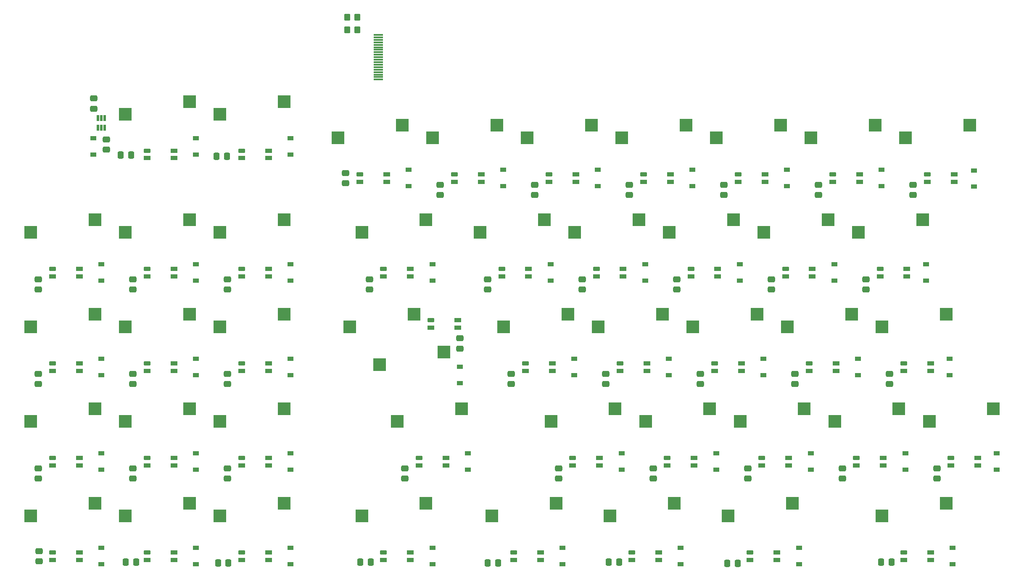
<source format=gbp>
%TF.GenerationSoftware,KiCad,Pcbnew,(6.0.5)*%
%TF.CreationDate,2022-07-17T14:54:14-06:00*%
%TF.ProjectId,kb,6b622e6b-6963-4616-945f-706362585858,rev?*%
%TF.SameCoordinates,Original*%
%TF.FileFunction,Paste,Bot*%
%TF.FilePolarity,Positive*%
%FSLAX46Y46*%
G04 Gerber Fmt 4.6, Leading zero omitted, Abs format (unit mm)*
G04 Created by KiCad (PCBNEW (6.0.5)) date 2022-07-17 14:54:14*
%MOMM*%
%LPD*%
G01*
G04 APERTURE LIST*
G04 Aperture macros list*
%AMRoundRect*
0 Rectangle with rounded corners*
0 $1 Rounding radius*
0 $2 $3 $4 $5 $6 $7 $8 $9 X,Y pos of 4 corners*
0 Add a 4 corners polygon primitive as box body*
4,1,4,$2,$3,$4,$5,$6,$7,$8,$9,$2,$3,0*
0 Add four circle primitives for the rounded corners*
1,1,$1+$1,$2,$3*
1,1,$1+$1,$4,$5*
1,1,$1+$1,$6,$7*
1,1,$1+$1,$8,$9*
0 Add four rect primitives between the rounded corners*
20,1,$1+$1,$2,$3,$4,$5,0*
20,1,$1+$1,$4,$5,$6,$7,0*
20,1,$1+$1,$6,$7,$8,$9,0*
20,1,$1+$1,$8,$9,$2,$3,0*%
G04 Aperture macros list end*
%ADD10R,2.550000X2.500000*%
%ADD11RoundRect,0.250000X0.350000X0.450000X-0.350000X0.450000X-0.350000X-0.450000X0.350000X-0.450000X0*%
%ADD12RoundRect,0.250000X0.475000X-0.337500X0.475000X0.337500X-0.475000X0.337500X-0.475000X-0.337500X0*%
%ADD13R,1.200000X0.900000*%
%ADD14RoundRect,0.250000X-0.475000X0.337500X-0.475000X-0.337500X0.475000X-0.337500X0.475000X0.337500X0*%
%ADD15R,1.400000X0.820000*%
%ADD16RoundRect,0.205000X0.495000X0.205000X-0.495000X0.205000X-0.495000X-0.205000X0.495000X-0.205000X0*%
%ADD17RoundRect,0.250000X0.337500X0.475000X-0.337500X0.475000X-0.337500X-0.475000X0.337500X-0.475000X0*%
%ADD18R,1.900000X0.300000*%
%ADD19RoundRect,0.020000X-0.180000X0.575000X-0.180000X-0.575000X0.180000X-0.575000X0.180000X0.575000X0*%
G04 APERTURE END LIST*
D10*
%TO.C,MX22*%
X125471250Y-106997500D03*
X138398250Y-104457500D03*
%TD*%
%TO.C,MX14*%
X139758750Y-87947500D03*
X152685750Y-85407500D03*
%TD*%
%TO.C,MX2*%
X68321250Y-64135000D03*
X81248250Y-61595000D03*
%TD*%
%TO.C,MX24*%
X163571250Y-106997500D03*
X176498250Y-104457500D03*
%TD*%
%TO.C,MX34*%
X192146250Y-126047500D03*
X205073250Y-123507500D03*
%TD*%
%TO.C,MX15*%
X158808750Y-87947500D03*
X171735750Y-85407500D03*
%TD*%
%TO.C,MX43*%
X201671250Y-145097500D03*
X214598250Y-142557500D03*
%TD*%
%TO.C,MX18*%
X30221250Y-106997500D03*
X43148250Y-104457500D03*
%TD*%
%TO.C,MX7*%
X168333750Y-68897500D03*
X181260750Y-66357500D03*
%TD*%
%TO.C,MX26*%
X201671250Y-106997500D03*
X214598250Y-104457500D03*
%TD*%
%TO.C,MX10*%
X49271250Y-87947500D03*
X62198250Y-85407500D03*
%TD*%
%TO.C,MX11*%
X68321250Y-87947500D03*
X81248250Y-85407500D03*
%TD*%
%TO.C,MX27*%
X30221250Y-126047500D03*
X43148250Y-123507500D03*
%TD*%
%TO.C,MX25*%
X182621250Y-106997500D03*
X195548250Y-104457500D03*
%TD*%
%TO.C,MX21*%
X113447500Y-112077500D03*
X100520500Y-114617500D03*
%TD*%
%TO.C,MX37*%
X49271250Y-145097500D03*
X62198250Y-142557500D03*
%TD*%
%TO.C,MX13*%
X120708750Y-87947500D03*
X133635750Y-85407500D03*
%TD*%
%TO.C,MX35*%
X211196250Y-126047500D03*
X224123250Y-123507500D03*
%TD*%
%TO.C,MX28*%
X49271250Y-126047500D03*
X62198250Y-123507500D03*
%TD*%
%TO.C,MX21_1*%
X94515000Y-106997500D03*
X107442000Y-104457500D03*
%TD*%
%TO.C,MX3*%
X92133750Y-68897500D03*
X105060750Y-66357500D03*
%TD*%
%TO.C,MX9*%
X30221250Y-87947500D03*
X43148250Y-85407500D03*
%TD*%
%TO.C,MX1*%
X49271250Y-64135000D03*
X62198250Y-61595000D03*
%TD*%
%TO.C,MX32*%
X154046250Y-126047500D03*
X166973250Y-123507500D03*
%TD*%
%TO.C,MX40*%
X123090000Y-145097500D03*
X136017000Y-142557500D03*
%TD*%
%TO.C,MX5*%
X130233750Y-68897500D03*
X143160750Y-66357500D03*
%TD*%
%TO.C,MX39*%
X96896250Y-145097500D03*
X109823250Y-142557500D03*
%TD*%
%TO.C,MX16*%
X177858750Y-87947500D03*
X190785750Y-85407500D03*
%TD*%
%TO.C,MX38*%
X68321250Y-145097500D03*
X81248250Y-142557500D03*
%TD*%
%TO.C,MX31*%
X134996250Y-126047500D03*
X147923250Y-123507500D03*
%TD*%
%TO.C,MX8*%
X187383750Y-68897500D03*
X200310750Y-66357500D03*
%TD*%
%TO.C,MX41*%
X146902500Y-145097500D03*
X159829500Y-142557500D03*
%TD*%
%TO.C,MX20*%
X68321250Y-106997500D03*
X81248250Y-104457500D03*
%TD*%
%TO.C,MX17*%
X196908750Y-87947500D03*
X209835750Y-85407500D03*
%TD*%
%TO.C,MX4*%
X111183750Y-68897500D03*
X124110750Y-66357500D03*
%TD*%
%TO.C,MX42*%
X170715000Y-145097500D03*
X183642000Y-142557500D03*
%TD*%
%TO.C,MX23*%
X144521250Y-106997500D03*
X157448250Y-104457500D03*
%TD*%
%TO.C,MX33*%
X173096250Y-126047500D03*
X186023250Y-123507500D03*
%TD*%
%TO.C,MX36*%
X30221250Y-145097500D03*
X43148250Y-142557500D03*
%TD*%
%TO.C,MX12*%
X96896250Y-87947500D03*
X109823250Y-85407500D03*
%TD*%
%TO.C,MX30*%
X104040000Y-126047500D03*
X116967000Y-123507500D03*
%TD*%
%TO.C,MX29*%
X68321250Y-126047500D03*
X81248250Y-123507500D03*
%TD*%
%TO.C,MX19*%
X49271250Y-106997500D03*
X62198250Y-104457500D03*
%TD*%
%TO.C,MX6*%
X149283750Y-68897500D03*
X162210750Y-66357500D03*
%TD*%
%TO.C,MX44*%
X206433750Y-68897500D03*
X219360750Y-66357500D03*
%TD*%
D11*
%TO.C,R1*%
X95996000Y-44577000D03*
X93996000Y-44577000D03*
%TD*%
D12*
%TO.C,C3*%
X93662500Y-78031250D03*
X93662500Y-75956250D03*
%TD*%
D13*
%TO.C,D26*%
X215265000Y-116743750D03*
X215265000Y-113443750D03*
%TD*%
%TO.C,D12*%
X111125000Y-97693750D03*
X111125000Y-94393750D03*
%TD*%
%TO.C,D38*%
X82550000Y-154843750D03*
X82550000Y-151543750D03*
%TD*%
%TO.C,D39*%
X111125000Y-154843750D03*
X111125000Y-151543750D03*
%TD*%
%TO.C,D36*%
X44450000Y-154843750D03*
X44450000Y-151543750D03*
%TD*%
D14*
%TO.C,C26*%
X203200000Y-116437500D03*
X203200000Y-118512500D03*
%TD*%
D15*
%TO.C,D110*%
X59056250Y-96793750D03*
X59056250Y-95293750D03*
D16*
X53656250Y-95293750D03*
D15*
X53656250Y-96793750D03*
%TD*%
D14*
%TO.C,C46*%
X45466000Y-69193500D03*
X45466000Y-71268500D03*
%TD*%
%TO.C,C8*%
X188912500Y-78337500D03*
X188912500Y-80412500D03*
%TD*%
D15*
%TO.C,D138*%
X78106250Y-153943750D03*
X78106250Y-152443750D03*
D16*
X72706250Y-152443750D03*
D15*
X72706250Y-153943750D03*
%TD*%
%TO.C,D101*%
X59056250Y-72981250D03*
X59056250Y-71481250D03*
D16*
X53656250Y-71481250D03*
D15*
X53656250Y-72981250D03*
%TD*%
D13*
%TO.C,D40*%
X137318750Y-154843750D03*
X137318750Y-151543750D03*
%TD*%
%TO.C,D22*%
X139700000Y-116743750D03*
X139700000Y-113443750D03*
%TD*%
%TO.C,D29*%
X82550000Y-135793750D03*
X82550000Y-132493750D03*
%TD*%
D14*
%TO.C,C34*%
X193675000Y-135487500D03*
X193675000Y-137562500D03*
%TD*%
D15*
%TO.C,D130*%
X113825000Y-134893750D03*
X113825000Y-133393750D03*
D16*
X108425000Y-133393750D03*
D15*
X108425000Y-134893750D03*
%TD*%
D14*
%TO.C,C27*%
X31750000Y-135487500D03*
X31750000Y-137562500D03*
%TD*%
D15*
%TO.C,D117*%
X206693750Y-96793750D03*
X206693750Y-95293750D03*
D16*
X201293750Y-95293750D03*
D15*
X201293750Y-96793750D03*
%TD*%
%TO.C,D144*%
X216218750Y-77743750D03*
X216218750Y-76243750D03*
D16*
X210818750Y-76243750D03*
D15*
X210818750Y-77743750D03*
%TD*%
D14*
%TO.C,C32*%
X155575000Y-135487500D03*
X155575000Y-137562500D03*
%TD*%
D15*
%TO.C,D106*%
X159068750Y-77743750D03*
X159068750Y-76243750D03*
D16*
X153668750Y-76243750D03*
D15*
X153668750Y-77743750D03*
%TD*%
D17*
%TO.C,C40*%
X124354500Y-154559000D03*
X122279500Y-154559000D03*
%TD*%
D13*
%TO.C,D25*%
X196850000Y-116743750D03*
X196850000Y-113443750D03*
%TD*%
D15*
%TO.C,D137*%
X59056250Y-153943750D03*
X59056250Y-152443750D03*
D16*
X53656250Y-152443750D03*
D15*
X53656250Y-153943750D03*
%TD*%
D17*
%TO.C,C39*%
X98700500Y-154432000D03*
X96625500Y-154432000D03*
%TD*%
D13*
%TO.C,D8*%
X201612500Y-78643750D03*
X201612500Y-75343750D03*
%TD*%
%TO.C,D28*%
X63500000Y-135793750D03*
X63500000Y-132493750D03*
%TD*%
D15*
%TO.C,D128*%
X59056250Y-134893750D03*
X59056250Y-133393750D03*
D16*
X53656250Y-133393750D03*
D15*
X53656250Y-134893750D03*
%TD*%
%TO.C,D136*%
X40006250Y-153943750D03*
X40006250Y-152443750D03*
D16*
X34606250Y-152443750D03*
D15*
X34606250Y-153943750D03*
%TD*%
D11*
%TO.C,R2*%
X95996000Y-47117000D03*
X93996000Y-47117000D03*
%TD*%
D15*
%TO.C,D109*%
X40006250Y-96793750D03*
X40006250Y-95293750D03*
D16*
X34606250Y-95293750D03*
D15*
X34606250Y-96793750D03*
%TD*%
%TO.C,D127*%
X40006250Y-134893750D03*
X40006250Y-133393750D03*
D16*
X34606250Y-133393750D03*
D15*
X34606250Y-134893750D03*
%TD*%
%TO.C,D119*%
X59056250Y-115843750D03*
X59056250Y-114343750D03*
D16*
X53656250Y-114343750D03*
D15*
X53656250Y-115843750D03*
%TD*%
D13*
%TO.C,D5*%
X144462500Y-78643750D03*
X144462500Y-75343750D03*
%TD*%
D14*
%TO.C,C30*%
X105568750Y-135487500D03*
X105568750Y-137562500D03*
%TD*%
D13*
%TO.C,D32*%
X168275000Y-135793750D03*
X168275000Y-132493750D03*
%TD*%
D14*
%TO.C,C17*%
X198437500Y-97387500D03*
X198437500Y-99462500D03*
%TD*%
D15*
%TO.C,D104*%
X120968750Y-77743750D03*
X120968750Y-76243750D03*
D16*
X115568750Y-76243750D03*
D15*
X115568750Y-77743750D03*
%TD*%
D14*
%TO.C,C19*%
X50800000Y-116437500D03*
X50800000Y-118512500D03*
%TD*%
D13*
%TO.C,D4*%
X125412500Y-78643750D03*
X125412500Y-75343750D03*
%TD*%
%TO.C,D35*%
X224790000Y-135793750D03*
X224790000Y-132493750D03*
%TD*%
%TO.C,D44*%
X220218000Y-78739000D03*
X220218000Y-75439000D03*
%TD*%
D17*
%TO.C,C2*%
X69744500Y-72644000D03*
X67669500Y-72644000D03*
%TD*%
D13*
%TO.C,D18*%
X44450000Y-116743750D03*
X44450000Y-113443750D03*
%TD*%
%TO.C,D11*%
X82550000Y-97693750D03*
X82550000Y-94393750D03*
%TD*%
D15*
%TO.C,D114*%
X149543750Y-96793750D03*
X149543750Y-95293750D03*
D16*
X144143750Y-95293750D03*
D15*
X144143750Y-96793750D03*
%TD*%
D17*
%TO.C,C43*%
X203602500Y-154432000D03*
X201527500Y-154432000D03*
%TD*%
D13*
%TO.C,D41*%
X161131250Y-154843750D03*
X161131250Y-151543750D03*
%TD*%
D17*
%TO.C,C42*%
X172614500Y-154686000D03*
X170539500Y-154686000D03*
%TD*%
D13*
%TO.C,D31*%
X149225000Y-135793750D03*
X149225000Y-132493750D03*
%TD*%
D15*
%TO.C,D132*%
X163831250Y-134893750D03*
X163831250Y-133393750D03*
D16*
X158431250Y-133393750D03*
D15*
X158431250Y-134893750D03*
%TD*%
%TO.C,D108*%
X197168750Y-77743750D03*
X197168750Y-76243750D03*
D16*
X191768750Y-76243750D03*
D15*
X191768750Y-77743750D03*
%TD*%
D13*
%TO.C,D37*%
X63500000Y-154843750D03*
X63500000Y-151543750D03*
%TD*%
D15*
%TO.C,D121*%
X116206250Y-107112500D03*
X116206250Y-105612500D03*
D16*
X110806250Y-105612500D03*
D15*
X110806250Y-107112500D03*
%TD*%
%TO.C,D112*%
X106681250Y-96793750D03*
X106681250Y-95293750D03*
D16*
X101281250Y-95293750D03*
D15*
X101281250Y-96793750D03*
%TD*%
D13*
%TO.C,D42*%
X184943750Y-154843750D03*
X184943750Y-151543750D03*
%TD*%
D17*
%TO.C,C1*%
X50440500Y-72390000D03*
X48365500Y-72390000D03*
%TD*%
D12*
%TO.C,C36*%
X31877000Y-154231250D03*
X31877000Y-152156250D03*
%TD*%
D13*
%TO.C,D33*%
X187325000Y-135793750D03*
X187325000Y-132493750D03*
%TD*%
D15*
%TO.C,D105*%
X140018750Y-77743750D03*
X140018750Y-76243750D03*
D16*
X134618750Y-76243750D03*
D15*
X134618750Y-77743750D03*
%TD*%
%TO.C,D125*%
X192406250Y-115843750D03*
X192406250Y-114343750D03*
D16*
X187006250Y-114343750D03*
D15*
X187006250Y-115843750D03*
%TD*%
D14*
%TO.C,C31*%
X136525000Y-135487500D03*
X136525000Y-137562500D03*
%TD*%
D13*
%TO.C,D14*%
X153987500Y-97693750D03*
X153987500Y-94393750D03*
%TD*%
%TO.C,D7*%
X182562500Y-78643750D03*
X182562500Y-75343750D03*
%TD*%
D18*
%TO.C,J2*%
X100240750Y-57137500D03*
X100240750Y-56637500D03*
X100240750Y-56137500D03*
X100240750Y-55637500D03*
X100240750Y-55137500D03*
X100240750Y-54637500D03*
X100240750Y-54137500D03*
X100240750Y-53637500D03*
X100240750Y-53137500D03*
X100240750Y-52637500D03*
X100240750Y-52137500D03*
X100240750Y-51637500D03*
X100240750Y-51137500D03*
X100240750Y-50637500D03*
X100240750Y-50137500D03*
X100240750Y-49637500D03*
X100240750Y-49137500D03*
X100240750Y-48637500D03*
X100240750Y-48137500D03*
%TD*%
D15*
%TO.C,D139*%
X106681250Y-153943750D03*
X106681250Y-152443750D03*
D16*
X101281250Y-152443750D03*
D15*
X101281250Y-153943750D03*
%TD*%
D14*
%TO.C,C12*%
X98425000Y-97387500D03*
X98425000Y-99462500D03*
%TD*%
%TO.C,C20*%
X69850000Y-116437500D03*
X69850000Y-118512500D03*
%TD*%
D15*
%TO.C,D113*%
X130493750Y-96793750D03*
X130493750Y-95293750D03*
D16*
X125093750Y-95293750D03*
D15*
X125093750Y-96793750D03*
%TD*%
D14*
%TO.C,C21*%
X116681250Y-109293750D03*
X116681250Y-111368750D03*
%TD*%
%TO.C,C6*%
X150812500Y-78337500D03*
X150812500Y-80412500D03*
%TD*%
D13*
%TO.C,D0*%
X42862500Y-72293750D03*
X42862500Y-68993750D03*
%TD*%
%TO.C,D30*%
X118268750Y-135793750D03*
X118268750Y-132493750D03*
%TD*%
D14*
%TO.C,C11*%
X69850000Y-97387500D03*
X69850000Y-99462500D03*
%TD*%
D15*
%TO.C,D131*%
X144781250Y-134893750D03*
X144781250Y-133393750D03*
D16*
X139381250Y-133393750D03*
D15*
X139381250Y-134893750D03*
%TD*%
%TO.C,D135*%
X220981250Y-134893750D03*
X220981250Y-133393750D03*
D16*
X215581250Y-133393750D03*
D15*
X215581250Y-134893750D03*
%TD*%
D14*
%TO.C,C22*%
X127000000Y-116437500D03*
X127000000Y-118512500D03*
%TD*%
D15*
%TO.C,D120*%
X78106250Y-115843750D03*
X78106250Y-114343750D03*
D16*
X72706250Y-114343750D03*
D15*
X72706250Y-115843750D03*
%TD*%
%TO.C,D143*%
X211456250Y-153943750D03*
X211456250Y-152443750D03*
D16*
X206056250Y-152443750D03*
D15*
X206056250Y-153943750D03*
%TD*%
D14*
%TO.C,C16*%
X179387500Y-97387500D03*
X179387500Y-99462500D03*
%TD*%
D13*
%TO.C,D1*%
X63500000Y-72293750D03*
X63500000Y-68993750D03*
%TD*%
D17*
%TO.C,C37*%
X51456500Y-154432000D03*
X49381500Y-154432000D03*
%TD*%
D14*
%TO.C,C9*%
X31750000Y-97387500D03*
X31750000Y-99462500D03*
%TD*%
D13*
%TO.C,D17*%
X210566000Y-97662000D03*
X210566000Y-94362000D03*
%TD*%
%TO.C,D6*%
X163512500Y-78643750D03*
X163512500Y-75343750D03*
%TD*%
%TO.C,D21*%
X116681250Y-118331250D03*
X116681250Y-115031250D03*
%TD*%
D14*
%TO.C,C24*%
X165100000Y-116437500D03*
X165100000Y-118512500D03*
%TD*%
D15*
%TO.C,D141*%
X156687500Y-153943750D03*
X156687500Y-152443750D03*
D16*
X151287500Y-152443750D03*
D15*
X151287500Y-153943750D03*
%TD*%
D14*
%TO.C,C35*%
X212725000Y-135487500D03*
X212725000Y-137562500D03*
%TD*%
D13*
%TO.C,D23*%
X158750000Y-116743750D03*
X158750000Y-113443750D03*
%TD*%
D15*
%TO.C,D126*%
X211456250Y-115843750D03*
X211456250Y-114343750D03*
D16*
X206056250Y-114343750D03*
D15*
X206056250Y-115843750D03*
%TD*%
D13*
%TO.C,D20*%
X82550000Y-116743750D03*
X82550000Y-113443750D03*
%TD*%
%TO.C,D16*%
X192087500Y-97693750D03*
X192087500Y-94393750D03*
%TD*%
D14*
%TO.C,C4*%
X112712500Y-78337500D03*
X112712500Y-80412500D03*
%TD*%
D13*
%TO.C,D9*%
X44450000Y-97693750D03*
X44450000Y-94393750D03*
%TD*%
D14*
%TO.C,C18*%
X31750000Y-116437500D03*
X31750000Y-118512500D03*
%TD*%
D15*
%TO.C,D134*%
X201931250Y-134893750D03*
X201931250Y-133393750D03*
D16*
X196531250Y-133393750D03*
D15*
X196531250Y-134893750D03*
%TD*%
D13*
%TO.C,D2*%
X82550000Y-72293750D03*
X82550000Y-68993750D03*
%TD*%
%TO.C,D13*%
X134937500Y-97693750D03*
X134937500Y-94393750D03*
%TD*%
D17*
%TO.C,C41*%
X148738500Y-154432000D03*
X146663500Y-154432000D03*
%TD*%
D15*
%TO.C,D116*%
X187643750Y-96793750D03*
X187643750Y-95293750D03*
D16*
X182243750Y-95293750D03*
D15*
X182243750Y-96793750D03*
%TD*%
%TO.C,D140*%
X132875000Y-153943750D03*
X132875000Y-152443750D03*
D16*
X127475000Y-152443750D03*
D15*
X127475000Y-153943750D03*
%TD*%
D14*
%TO.C,C14*%
X141287500Y-97387500D03*
X141287500Y-99462500D03*
%TD*%
%TO.C,C5*%
X131762500Y-78337500D03*
X131762500Y-80412500D03*
%TD*%
D13*
%TO.C,D24*%
X177800000Y-116743750D03*
X177800000Y-113443750D03*
%TD*%
D15*
%TO.C,D124*%
X173356250Y-115843750D03*
X173356250Y-114343750D03*
D16*
X167956250Y-114343750D03*
D15*
X167956250Y-115843750D03*
%TD*%
D14*
%TO.C,C33*%
X174625000Y-135487500D03*
X174625000Y-137562500D03*
%TD*%
D15*
%TO.C,D102*%
X78106250Y-72981250D03*
X78106250Y-71481250D03*
D16*
X72706250Y-71481250D03*
D15*
X72706250Y-72981250D03*
%TD*%
D14*
%TO.C,C15*%
X160337500Y-97387500D03*
X160337500Y-99462500D03*
%TD*%
D15*
%TO.C,D123*%
X154306250Y-115843750D03*
X154306250Y-114343750D03*
D16*
X148906250Y-114343750D03*
D15*
X148906250Y-115843750D03*
%TD*%
D13*
%TO.C,D3*%
X106362500Y-78643750D03*
X106362500Y-75343750D03*
%TD*%
D14*
%TO.C,C13*%
X122237500Y-97387500D03*
X122237500Y-99462500D03*
%TD*%
%TO.C,C23*%
X146050000Y-116437500D03*
X146050000Y-118512500D03*
%TD*%
D15*
%TO.C,D103*%
X101918750Y-77743750D03*
X101918750Y-76243750D03*
D16*
X96518750Y-76243750D03*
D15*
X96518750Y-77743750D03*
%TD*%
D13*
%TO.C,D19*%
X63500000Y-116743750D03*
X63500000Y-113443750D03*
%TD*%
D15*
%TO.C,D142*%
X180500000Y-153943750D03*
X180500000Y-152443750D03*
D16*
X175100000Y-152443750D03*
D15*
X175100000Y-153943750D03*
%TD*%
%TO.C,D111*%
X78106250Y-96793750D03*
X78106250Y-95293750D03*
D16*
X72706250Y-95293750D03*
D15*
X72706250Y-96793750D03*
%TD*%
D13*
%TO.C,D34*%
X206375000Y-135793750D03*
X206375000Y-132493750D03*
%TD*%
D14*
%TO.C,C25*%
X184150000Y-116437500D03*
X184150000Y-118512500D03*
%TD*%
D15*
%TO.C,D118*%
X40006250Y-115843750D03*
X40006250Y-114343750D03*
D16*
X34606250Y-114343750D03*
D15*
X34606250Y-115843750D03*
%TD*%
D19*
%TO.C,U2*%
X43800000Y-64921250D03*
X44450000Y-64921250D03*
X45100000Y-64921250D03*
X45100000Y-66841250D03*
X44450000Y-66841250D03*
X43800000Y-66841250D03*
%TD*%
D14*
%TO.C,C29*%
X69850000Y-135487500D03*
X69850000Y-137562500D03*
%TD*%
D15*
%TO.C,D133*%
X182881250Y-134893750D03*
X182881250Y-133393750D03*
D16*
X177481250Y-133393750D03*
D15*
X177481250Y-134893750D03*
%TD*%
D13*
%TO.C,D43*%
X215900000Y-154843750D03*
X215900000Y-151543750D03*
%TD*%
%TO.C,D27*%
X44450000Y-135793750D03*
X44450000Y-132493750D03*
%TD*%
D15*
%TO.C,D107*%
X178118750Y-77743750D03*
X178118750Y-76243750D03*
D16*
X172718750Y-76243750D03*
D15*
X172718750Y-77743750D03*
%TD*%
%TO.C,D115*%
X168593750Y-96793750D03*
X168593750Y-95293750D03*
D16*
X163193750Y-95293750D03*
D15*
X163193750Y-96793750D03*
%TD*%
D14*
%TO.C,C7*%
X169862500Y-78337500D03*
X169862500Y-80412500D03*
%TD*%
D15*
%TO.C,D122*%
X135256250Y-115843750D03*
X135256250Y-114343750D03*
D16*
X129856250Y-114343750D03*
D15*
X129856250Y-115843750D03*
%TD*%
%TO.C,D129*%
X78106250Y-134893750D03*
X78106250Y-133393750D03*
D16*
X72706250Y-133393750D03*
D15*
X72706250Y-134893750D03*
%TD*%
D17*
%TO.C,C38*%
X70023900Y-154533600D03*
X67948900Y-154533600D03*
%TD*%
D13*
%TO.C,D10*%
X63500000Y-97693750D03*
X63500000Y-94393750D03*
%TD*%
D12*
%TO.C,C45*%
X42926000Y-63013500D03*
X42926000Y-60938500D03*
%TD*%
D13*
%TO.C,D15*%
X173037500Y-97693750D03*
X173037500Y-94393750D03*
%TD*%
D14*
%TO.C,C28*%
X50800000Y-135487500D03*
X50800000Y-137562500D03*
%TD*%
%TO.C,C10*%
X50800000Y-97387500D03*
X50800000Y-99462500D03*
%TD*%
%TO.C,C44*%
X207962500Y-78337500D03*
X207962500Y-80412500D03*
%TD*%
M02*

</source>
